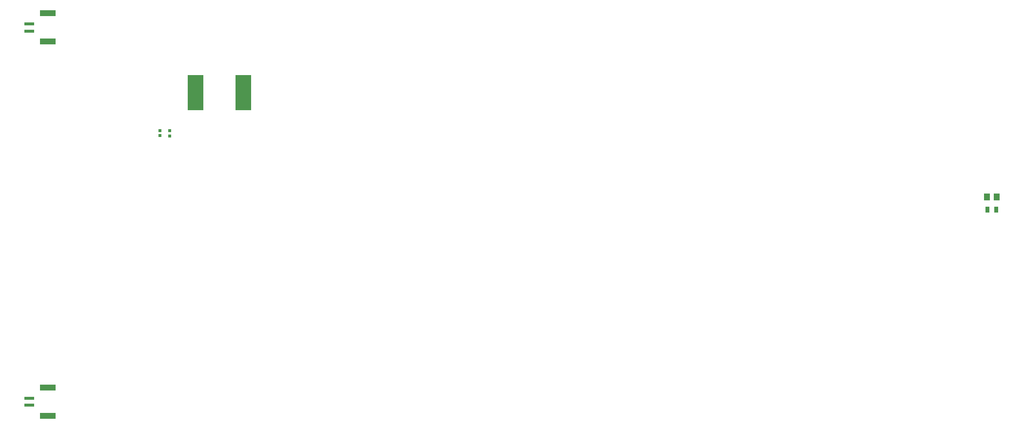
<source format=gtp>
G04*
G04 #@! TF.GenerationSoftware,Altium Limited,Altium Designer,23.0.1 (38)*
G04*
G04 Layer_Color=3421236*
%FSLAX44Y44*%
%MOMM*%
G71*
G04*
G04 #@! TF.SameCoordinates,8AFF7610-CFF1-491F-A99F-289BE66ABFEC*
G04*
G04*
G04 #@! TF.FilePolarity,Positive*
G04*
G01*
G75*
%ADD15R,1.0160X1.1430*%
%ADD16R,2.7000X6.2000*%
%ADD17R,2.7000X1.0000*%
%ADD18R,1.7000X0.6000*%
%ADD19R,0.6500X1.0000*%
%ADD20R,0.6000X0.5600*%
D15*
X612521Y31750D02*
D03*
X629539D02*
D03*
D16*
X-678590Y213360D02*
D03*
X-761590D02*
D03*
D17*
X-1018000Y-299000D02*
D03*
Y-348500D02*
D03*
Y351000D02*
D03*
Y301500D02*
D03*
D18*
X-1050000Y-330000D02*
D03*
Y-317500D02*
D03*
Y320000D02*
D03*
Y332500D02*
D03*
D19*
X613280Y10160D02*
D03*
X628780D02*
D03*
D20*
X-806450Y146590D02*
D03*
Y137890D02*
D03*
X-822998Y146810D02*
D03*
Y138110D02*
D03*
M02*

</source>
